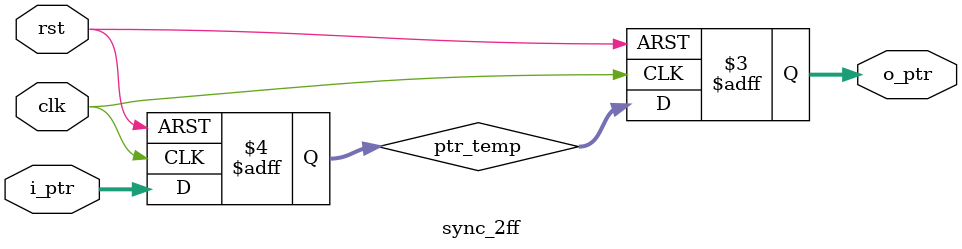
<source format=sv>

module sync_2ff #(
    parameter ADDR_SIZE = 4
) (
    o_ptr,
    i_ptr,
    clk,
    rst
);
    input  [ADDR_SIZE : 0] i_ptr;
    output logic [ADDR_SIZE : 0] o_ptr;
    input clk;
    input rst;

    logic [ADDR_SIZE : 0] ptr_temp;

    always @(posedge clk or negedge rst) begin
        if(rst != 1) begin
            ptr_temp <= 0;
            o_ptr <= 0;
        end else begin
            ptr_temp <= i_ptr;
            o_ptr <= ptr_temp;
        end
    end
endmodule
</source>
